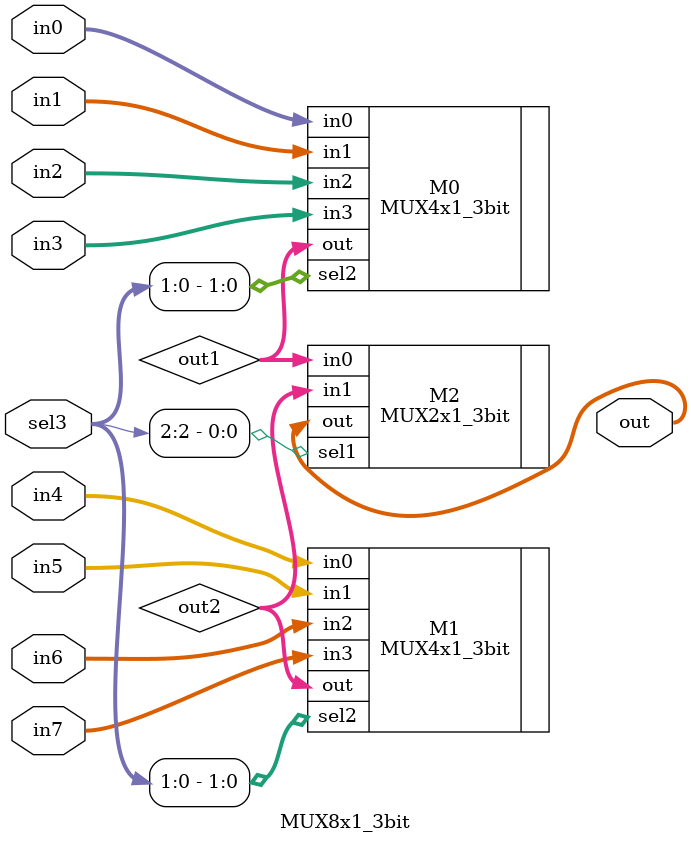
<source format=sv>
`timescale 1ns / 1ps


module MUX8x1_3bit(input [2:0] sel3, 
                input [2:0] in0,in1,in2,in3,in4,in5,in6,in7,
                output reg [2:0] out
    );
    
wire [2:0] out1, out2;
MUX4x1_3bit M0(.sel2(sel3[1:0]), .in0(in0), .in1(in1), .in2(in2), .in3(in3), .out(out1));
MUX4x1_3bit M1(.sel2(sel3[1:0]), .in0(in4), .in1(in5), .in2(in6), .in3(in7), .out(out2));

MUX2x1_3bit M2(.sel1(sel3[2]),  .in0(out1), .in1(out2), .out(out));

endmodule

</source>
